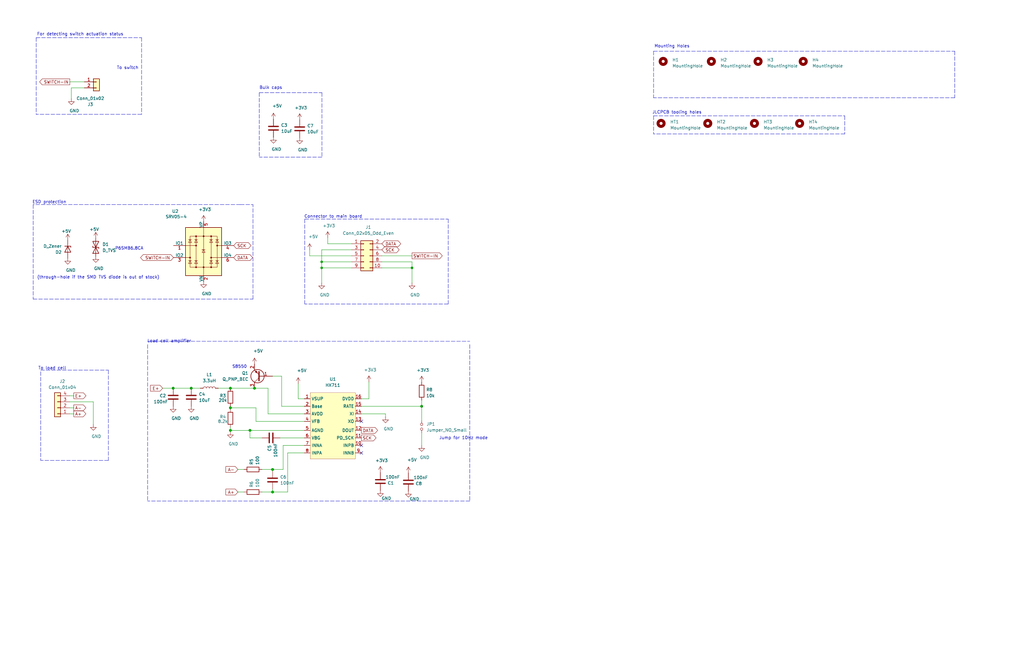
<source format=kicad_sch>
(kicad_sch (version 20211123) (generator eeschema)
  (paper "B")
  (lib_symbols
    (symbol "Connector_Generic:Conn_01x02" (pin_names (offset 1.016) hide)
      (property "Reference" "J" (at 0 2.54 0))
      (property "Value" "Conn_01x02" (at 0 -5.08 0))
      (symbol "Conn_01x02_1_1"
        (rectangle (start -1.27 -2.413) (end 0 -2.667) (stroke (width 0.1524)))
        (rectangle (start -1.27 0.127) (end 0 -0.127) (stroke (width 0.1524)))
        (rectangle (start -1.27 1.27) (end 1.27 -3.81) (stroke (width 0.254)) (fill (type background)))
        (pin passive line (at -5.08 0 0) (length 3.81) (name "Pin_1") (number "1"))
        (pin passive line (at -5.08 -2.54 0) (length 3.81) (name "Pin_2") (number "2"))
      )
    )
    (symbol "Connector_Generic:Conn_01x04" (pin_names (offset 1.016) hide)
      (property "Reference" "J" (at 0 5.08 0))
      (property "Value" "Conn_01x04" (at 0 -7.62 0))
      (symbol "Conn_01x04_1_1"
        (rectangle (start -1.27 -4.953) (end 0 -5.207) (stroke (width 0.1524)))
        (rectangle (start -1.27 -2.413) (end 0 -2.667) (stroke (width 0.1524)))
        (rectangle (start -1.27 0.127) (end 0 -0.127) (stroke (width 0.1524)))
        (rectangle (start -1.27 2.667) (end 0 2.413) (stroke (width 0.1524)))
        (rectangle (start -1.27 3.81) (end 1.27 -6.35) (stroke (width 0.254)) (fill (type background)))
        (pin passive line (at -5.08 2.54 0) (length 3.81) (name "Pin_1") (number "1"))
        (pin passive line (at -5.08 0 0) (length 3.81) (name "Pin_2") (number "2"))
        (pin passive line (at -5.08 -2.54 0) (length 3.81) (name "Pin_3") (number "3"))
        (pin passive line (at -5.08 -5.08 0) (length 3.81) (name "Pin_4") (number "4"))
      )
    )
    (symbol "Connector_Generic:Conn_02x05_Odd_Even" (pin_names (offset 1.016) hide)
      (property "Reference" "J" (at 1.27 7.62 0))
      (property "Value" "Conn_02x05_Odd_Even" (at 1.27 -7.62 0))
      (symbol "Conn_02x05_Odd_Even_1_1"
        (rectangle (start -1.27 -4.953) (end 0 -5.207) (stroke (width 0.1524)))
        (rectangle (start -1.27 -2.413) (end 0 -2.667) (stroke (width 0.1524)))
        (rectangle (start -1.27 0.127) (end 0 -0.127) (stroke (width 0.1524)))
        (rectangle (start -1.27 2.667) (end 0 2.413) (stroke (width 0.1524)))
        (rectangle (start -1.27 5.207) (end 0 4.953) (stroke (width 0.1524)))
        (rectangle (start -1.27 6.35) (end 3.81 -6.35) (stroke (width 0.254)) (fill (type background)))
        (rectangle (start 3.81 -4.953) (end 2.54 -5.207) (stroke (width 0.1524)))
        (rectangle (start 3.81 -2.413) (end 2.54 -2.667) (stroke (width 0.1524)))
        (rectangle (start 3.81 0.127) (end 2.54 -0.127) (stroke (width 0.1524)))
        (rectangle (start 3.81 2.667) (end 2.54 2.413) (stroke (width 0.1524)))
        (rectangle (start 3.81 5.207) (end 2.54 4.953) (stroke (width 0.1524)))
        (pin passive line (at -5.08 5.08 0) (length 3.81) (name "Pin_1") (number "1"))
        (pin passive line (at 7.62 -5.08 180) (length 3.81) (name "Pin_10") (number "10"))
        (pin passive line (at 7.62 5.08 180) (length 3.81) (name "Pin_2") (number "2"))
        (pin passive line (at -5.08 2.54 0) (length 3.81) (name "Pin_3") (number "3"))
        (pin passive line (at 7.62 2.54 180) (length 3.81) (name "Pin_4") (number "4"))
        (pin passive line (at -5.08 0 0) (length 3.81) (name "Pin_5") (number "5"))
        (pin passive line (at 7.62 0 180) (length 3.81) (name "Pin_6") (number "6"))
        (pin passive line (at -5.08 -2.54 0) (length 3.81) (name "Pin_7") (number "7"))
        (pin passive line (at 7.62 -2.54 180) (length 3.81) (name "Pin_8") (number "8"))
        (pin passive line (at -5.08 -5.08 0) (length 3.81) (name "Pin_9") (number "9"))
      )
    )
    (symbol "Device:C" (pin_numbers hide) (pin_names (offset 0.254))
      (property "Reference" "C" (at 0.635 2.54 0))
      (property "Value" "C" (at 0.635 -2.54 0))
      (symbol "C_0_1"
        (polyline (pts (xy -2.032 -0.762) (xy 2.032 -0.762)) (stroke (width 0.508)))
        (polyline (pts (xy -2.032 0.762) (xy 2.032 0.762)) (stroke (width 0.508)))
      )
      (symbol "C_1_1"
        (pin passive line (at 0 3.81 270) (length 2.794) (name "~") (number "1"))
        (pin passive line (at 0 -3.81 90) (length 2.794) (name "~") (number "2"))
      )
    )
    (symbol "Device:D_TVS" (pin_numbers hide) (pin_names (offset 1.016) hide)
      (property "Reference" "D" (at 0 2.54 0))
      (property "Value" "D_TVS" (at 0 -2.54 0))
      (symbol "D_TVS_0_1"
        (polyline (pts (xy 1.27 0) (xy -1.27 0)))
        (polyline (pts (xy 0.508 1.27) (xy 0 1.27) (xy 0 -1.27) (xy -0.508 -1.27)) (stroke (width 0.254)))
        (polyline (pts (xy -2.54 1.27) (xy -2.54 -1.27) (xy 2.54 1.27) (xy 2.54 -1.27) (xy -2.54 1.27)) (stroke (width 0.254)))
      )
      (symbol "D_TVS_1_1"
        (pin passive line (at -3.81 0 0) (length 2.54) (name "A1") (number "1"))
        (pin passive line (at 3.81 0 180) (length 2.54) (name "A2") (number "2"))
      )
    )
    (symbol "Device:D_Zener" (pin_numbers hide) (pin_names (offset 1.016) hide)
      (property "Reference" "D" (at 0 2.54 0))
      (property "Value" "D_Zener" (at 0 -2.54 0))
      (symbol "D_Zener_0_1"
        (polyline (pts (xy 1.27 0) (xy -1.27 0)))
        (polyline (pts (xy -1.27 -1.27) (xy -1.27 1.27) (xy -0.762 1.27)) (stroke (width 0.254)))
        (polyline (pts (xy 1.27 -1.27) (xy 1.27 1.27) (xy -1.27 0) (xy 1.27 -1.27)) (stroke (width 0.254)))
      )
      (symbol "D_Zener_1_1"
        (pin passive line (at -3.81 0 0) (length 2.54) (name "K") (number "1"))
        (pin passive line (at 3.81 0 180) (length 2.54) (name "A") (number "2"))
      )
    )
    (symbol "Device:Jumper_NO_Small" (pin_numbers hide) (pin_names (offset 0.762) hide)
      (property "Reference" "JP" (at 0 2.032 0))
      (property "Value" "Jumper_NO_Small" (at 0.254 -1.524 0))
      (symbol "Jumper_NO_Small_0_1"
        (circle (center -1.016 0) (radius 0.508))
        (circle (center 1.016 0) (radius 0.508))
        (pin passive line (at -2.54 0 0) (length 1.016) (name "1") (number "1"))
        (pin passive line (at 2.54 0 180) (length 1.016) (name "2") (number "2"))
      )
    )
    (symbol "Device:L" (pin_numbers hide) (pin_names (offset 1.016) hide)
      (property "Reference" "L" (at -1.27 0 90))
      (property "Value" "L" (at 1.905 0 90))
      (symbol "L_0_1"
        (arc (start 0 -2.54) (mid 0.635 -1.905) (end 0 -1.27))
        (arc (start 0 -1.27) (mid 0.635 -0.635) (end 0 0))
        (arc (start 0 0) (mid 0.635 0.635) (end 0 1.27))
        (arc (start 0 1.27) (mid 0.635 1.905) (end 0 2.54))
      )
      (symbol "L_1_1"
        (pin passive line (at 0 3.81 270) (length 1.27) (name "1") (number "1"))
        (pin passive line (at 0 -3.81 90) (length 1.27) (name "2") (number "2"))
      )
    )
    (symbol "Device:Q_PNP_BEC" (pin_names (offset 0) hide)
      (property "Reference" "Q" (at 5.08 1.27 0))
      (property "Value" "Q_PNP_BEC" (at 5.08 -1.27 0))
      (symbol "Q_PNP_BEC_0_1"
        (polyline (pts (xy 0.635 0.635) (xy 2.54 2.54)))
        (polyline (pts (xy 0.635 -0.635) (xy 2.54 -2.54) (xy 2.54 -2.54)))
        (polyline (pts (xy 0.635 1.905) (xy 0.635 -1.905) (xy 0.635 -1.905)) (stroke (width 0.508)))
        (polyline (pts (xy 2.286 -1.778) (xy 1.778 -2.286) (xy 1.27 -1.27) (xy 2.286 -1.778) (xy 2.286 -1.778)) (fill (type outline)))
        (circle (center 1.27 0) (radius 2.8194) (stroke (width 0.254)))
      )
      (symbol "Q_PNP_BEC_1_1"
        (pin input line (at -5.08 0 0) (length 5.715) (name "B") (number "1"))
        (pin passive line (at 2.54 -5.08 90) (length 2.54) (name "E") (number "2"))
        (pin passive line (at 2.54 5.08 270) (length 2.54) (name "C") (number "3"))
      )
    )
    (symbol "Device:R" (pin_numbers hide) (pin_names (offset 0))
      (property "Reference" "R" (at 2.032 0 90))
      (property "Value" "R" (at 0 0 90))
      (symbol "R_0_1"
        (rectangle (start -1.016 -2.54) (end 1.016 2.54) (stroke (width 0.254)))
      )
      (symbol "R_1_1"
        (pin passive line (at 0 3.81 270) (length 1.27) (name "~") (number "1"))
        (pin passive line (at 0 -3.81 90) (length 1.27) (name "~") (number "2"))
      )
    )
    (symbol "Mechanical:MountingHole" (pin_names (offset 1.016))
      (property "Reference" "H" (at 0 5.08 0))
      (property "Value" "MountingHole" (at 0 3.175 0))
      (symbol "MountingHole_0_1"
        (circle (center 0 0) (radius 1.27) (stroke (width 1.27)))
      )
    )
    (symbol "Open-Switch-Tester-parts:HX711"
      (property "Reference" "U" (at 0 18.415 0))
      (property "Value" "HX711" (at 0 -16.51 0))
      (symbol "HX711_0_1"
        (rectangle (start -9.525 13.97) (end 9.525 -13.97) (stroke (width 0.001)) (fill (type background)))
      )
      (symbol "HX711_1_1"
        (pin input line (at -12.065 11.43 0) (length 2.54) (name "VSUP") (number "1"))
        (pin input line (at 12.065 -8.255 180) (length 2.54) (name "INPB") (number "10"))
        (pin output line (at 12.065 -5.08 180) (length 2.54) (name "PD_SCK") (number "11"))
        (pin output line (at 12.065 -1.905 180) (length 2.54) (name "DOUT") (number "12"))
        (pin output line (at 12.065 1.905 180) (length 2.54) (name "XO") (number "13"))
        (pin output line (at 12.065 5.08 180) (length 2.54) (name "XI") (number "14"))
        (pin input line (at 12.065 8.255 180) (length 2.54) (name "RATE") (number "15"))
        (pin input line (at 12.065 11.43 180) (length 2.54) (name "DVDD") (number "16"))
        (pin output line (at -12.065 8.255 0) (length 2.54) (name "Base") (number "2"))
        (pin input line (at -12.065 5.08 0) (length 2.54) (name "AVDD") (number "3"))
        (pin input line (at -12.065 1.905 0) (length 2.54) (name "VFB") (number "4"))
        (pin input line (at -12.065 -1.905 0) (length 2.54) (name "AGND") (number "5"))
        (pin input line (at -12.065 -5.08 0) (length 2.54) (name "VBG") (number "6"))
        (pin input line (at -12.065 -8.255 0) (length 2.54) (name "INNA") (number "7"))
        (pin input line (at -12.065 -11.43 0) (length 2.54) (name "INPA") (number "8"))
        (pin input line (at 12.065 -11.43 180) (length 2.54) (name "INNB") (number "9"))
      )
    )
    (symbol "Power_Protection:SRV05-4" (pin_names (offset 0))
      (property "Reference" "U" (at -5.08 11.43 0))
      (property "Value" "SRV05-4" (at 2.54 11.43 0))
      (symbol "SRV05-4_0_0"
        (rectangle (start -5.715 6.477) (end 5.715 -6.604))
        (polyline (pts (xy -3.175 -6.604) (xy -3.175 6.477)))
        (polyline (pts (xy 3.175 6.477) (xy 3.175 -6.604)))
      )
      (symbol "SRV05-4_0_1"
        (rectangle (start -7.62 10.16) (end 7.62 -10.16) (stroke (width 0.254)) (fill (type background)))
        (circle (center -5.715 -2.54) (radius 0.2794) (fill (type outline)))
        (circle (center -3.175 -6.604) (radius 0.2794) (fill (type outline)))
        (circle (center -3.175 2.54) (radius 0.2794) (fill (type outline)))
        (circle (center -3.175 6.477) (radius 0.2794) (fill (type outline)))
        (circle (center 0 -6.604) (radius 0.2794) (fill (type outline)))
        (polyline (pts (xy -7.747 2.54) (xy -3.175 2.54)))
        (polyline (pts (xy -7.62 -2.54) (xy -5.715 -2.54)))
        (polyline (pts (xy -5.08 -3.81) (xy -6.35 -3.81)))
        (polyline (pts (xy -5.08 5.08) (xy -6.35 5.08)))
        (polyline (pts (xy -2.54 -3.81) (xy -3.81 -3.81)))
        (polyline (pts (xy -2.54 5.08) (xy -3.81 5.08)))
        (polyline (pts (xy 0 10.16) (xy 0 -10.16)))
        (polyline (pts (xy 3.81 -3.81) (xy 2.54 -3.81)))
        (polyline (pts (xy 3.81 5.08) (xy 2.54 5.08)))
        (polyline (pts (xy 6.35 -3.81) (xy 5.08 -3.81)))
        (polyline (pts (xy 6.35 5.08) (xy 5.08 5.08)))
        (polyline (pts (xy 7.62 -2.54) (xy 3.175 -2.54)))
        (polyline (pts (xy 7.62 2.54) (xy 5.715 2.54)))
        (polyline (pts (xy 0.635 0.889) (xy -0.635 0.889) (xy -0.635 0.635)))
        (polyline (pts (xy -5.08 -5.08) (xy -6.35 -5.08) (xy -5.715 -3.81) (xy -5.08 -5.08)))
        (polyline (pts (xy -5.08 3.81) (xy -6.35 3.81) (xy -5.715 5.08) (xy -5.08 3.81)))
        (polyline (pts (xy -2.54 -5.08) (xy -3.81 -5.08) (xy -3.175 -3.81) (xy -2.54 -5.08)))
        (polyline (pts (xy -2.54 3.81) (xy -3.81 3.81) (xy -3.175 5.08) (xy -2.54 3.81)))
        (polyline (pts (xy 0.635 -0.381) (xy -0.635 -0.381) (xy 0 0.889) (xy 0.635 -0.381)))
        (polyline (pts (xy 3.81 -5.08) (xy 2.54 -5.08) (xy 3.175 -3.81) (xy 3.81 -5.08)))
        (polyline (pts (xy 3.81 3.81) (xy 2.54 3.81) (xy 3.175 5.08) (xy 3.81 3.81)))
        (polyline (pts (xy 6.35 -5.08) (xy 5.08 -5.08) (xy 5.715 -3.81) (xy 6.35 -5.08)))
        (polyline (pts (xy 6.35 3.81) (xy 5.08 3.81) (xy 5.715 5.08) (xy 6.35 3.81)))
        (circle (center 0 6.477) (radius 0.2794) (fill (type outline)))
        (circle (center 3.175 -6.604) (radius 0.2794) (fill (type outline)))
        (circle (center 3.175 -2.54) (radius 0.2794) (fill (type outline)))
        (circle (center 3.175 6.477) (radius 0.2794) (fill (type outline)))
        (circle (center 5.715 2.54) (radius 0.2794) (fill (type outline)))
      )
      (symbol "SRV05-4_1_1"
        (pin passive line (at -12.7 2.54 0) (length 5.08) (name "IO1") (number "1"))
        (pin passive line (at 0 -12.7 90) (length 2.54) (name "VN") (number "2"))
        (pin passive line (at -12.7 -2.54 0) (length 5.08) (name "IO2") (number "3"))
        (pin passive line (at 12.7 2.54 180) (length 5.08) (name "IO3") (number "4"))
        (pin passive line (at 0 12.7 270) (length 2.54) (name "VP") (number "5"))
        (pin passive line (at 12.7 -2.54 180) (length 5.08) (name "IO4") (number "6"))
      )
    )
    (symbol "power:+3.3V" (power) (pin_names (offset 0))
      (property "Value" "+3.3V" (at 0 3.556 0))
      (symbol "+3.3V_0_1"
        (polyline (pts (xy -0.762 1.27) (xy 0 2.54)))
        (polyline (pts (xy 0 0) (xy 0 2.54)))
        (polyline (pts (xy 0 2.54) (xy 0.762 1.27)))
      )
      (symbol "+3.3V_1_1"
        (pin power_in line (at 0 0 90) (length 0) hide (name "+3V3") (number "1"))
      )
    )
    (symbol "power:+5V" (power) (pin_names (offset 0))
      (property "Value" "+5V" (at 0 3.556 0))
      (symbol "+5V_0_1"
        (polyline (pts (xy -0.762 1.27) (xy 0 2.54)))
        (polyline (pts (xy 0 0) (xy 0 2.54)))
        (polyline (pts (xy 0 2.54) (xy 0.762 1.27)))
      )
      (symbol "+5V_1_1"
        (pin power_in line (at 0 0 90) (length 0) hide (name "+5V") (number "1"))
      )
    )
    (symbol "power:GND" (power) (pin_names (offset 0))
      (property "Value" "GND" (at 0 -3.81 0))
      (symbol "GND_0_1"
        (polyline (pts (xy 0 0) (xy 0 -1.27) (xy 1.27 -1.27) (xy 0 -2.54) (xy -1.27 -1.27) (xy 0 -1.27)))
      )
      (symbol "GND_1_1"
        (pin power_in line (at 0 0 270) (length 0) hide (name "GND") (number "1"))
      )
    )
  )
  (junction (at 107.315 163.83) (diameter 1.016))
  (junction (at 114.935 207.645) (diameter 1.016))
  (junction (at 135.636 113.03) (diameter 0.9144))
  (junction (at 114.935 198.12) (diameter 1.016))
  (junction (at 177.8 171.45) (diameter 1.016))
  (junction (at 97.155 181.61) (diameter 1.016))
  (junction (at 105.41 181.61) (diameter 1.016))
  (junction (at 97.155 163.83) (diameter 1.016))
  (junction (at 135.636 110.49) (diameter 0.9144))
  (junction (at 80.645 163.83) (diameter 1.016))
  (junction (at 97.155 172.085) (diameter 1.016))
  (junction (at 73.025 163.83) (diameter 1.016))
  (junction (at 173.736 113.03) (diameter 0.9144))
  (no_connect (at 152.4 177.8))
  (no_connect (at 152.4 187.96))
  (no_connect (at 152.4 191.135))
  (wire (pts (xy 125.73 161.925) (xy 125.73 168.275)))
  (wire (pts (xy 125.73 168.275) (xy 128.27 168.275)))
  (wire (pts (xy 92.075 163.83) (xy 97.155 163.83)))
  (wire (pts (xy 97.155 163.83) (xy 107.315 163.83)))
  (wire (pts (xy 114.935 206.375) (xy 114.935 207.645)))
  (wire (pts (xy 29.337 169.545) (xy 39.37 169.545)))
  (wire (pts (xy 39.37 169.545) (xy 39.37 179.07)))
  (polyline (pts (xy 275.59 21.59) (xy 275.59 41.275)) (stroke (width 0) (type dash)))
  (polyline (pts (xy 275.59 21.59) (xy 402.59 21.59)) (stroke (width 0) (type dash)))
  (polyline (pts (xy 402.59 21.59) (xy 402.59 41.275)) (stroke (width 0) (type dash)))
  (polyline (pts (xy 402.59 41.275) (xy 275.59 41.275)) (stroke (width 0) (type dash)))
  (polyline (pts (xy 275.59 48.895) (xy 275.59 56.515)) (stroke (width 0) (type dash)))
  (polyline (pts (xy 275.59 48.895) (xy 356.235 48.895)) (stroke (width 0) (type dash)))
  (polyline (pts (xy 356.235 48.895) (xy 356.235 56.515)) (stroke (width 0) (type dash)))
  (polyline (pts (xy 356.235 56.515) (xy 275.59 56.515)) (stroke (width 0) (type dash)))
  (wire (pts (xy 161.036 113.03) (xy 173.736 113.03)))
  (wire (pts (xy 148.336 105.41) (xy 135.636 105.41)))
  (polyline (pts (xy 15.24 15.875) (xy 15.24 48.26)) (stroke (width 0) (type dash)))
  (polyline (pts (xy 15.24 15.875) (xy 59.69 15.875)) (stroke (width 0) (type dash)))
  (polyline (pts (xy 59.69 15.875) (xy 59.69 48.26)) (stroke (width 0) (type dash)))
  (polyline (pts (xy 59.69 48.26) (xy 15.24 48.26)) (stroke (width 0) (type dash)))
  (polyline (pts (xy 135.763 66.294) (xy 109.347 66.294)))
  (wire (pts (xy 161.036 110.49) (xy 173.736 110.49)))
  (wire (pts (xy 173.736 110.49) (xy 173.736 113.03)))
  (wire (pts (xy 173.736 113.03) (xy 173.736 119.38)))
  (wire (pts (xy 100.33 198.12) (xy 102.87 198.12)))
  (polyline (pts (xy 188.976 92.456) (xy 188.976 128.27)))
  (polyline (pts (xy 13.97 126.238) (xy 106.68 126.238)))
  (polyline (pts (xy 13.97 86.36) (xy 13.97 126.238)))
  (wire (pts (xy 68.58 163.83) (xy 73.025 163.83)))
  (wire (pts (xy 73.025 163.83) (xy 80.645 163.83)))
  (wire (pts (xy 80.645 163.83) (xy 84.455 163.83)))
  (wire (pts (xy 118.745 158.75) (xy 114.935 158.75)))
  (wire (pts (xy 118.745 171.45) (xy 118.745 158.75)))
  (wire (pts (xy 128.27 171.45) (xy 118.745 171.45)))
  (polyline (pts (xy 188.976 128.27) (xy 128.524 128.27)))
  (wire (pts (xy 177.8 171.45) (xy 177.8 177.546)))
  (wire (pts (xy 135.636 105.41) (xy 135.636 110.49)))
  (wire (pts (xy 135.636 110.49) (xy 135.636 113.03)))
  (wire (pts (xy 29.337 172.085) (xy 31.115 172.085)))
  (polyline (pts (xy 128.524 92.456) (xy 128.524 128.27)))
  (wire (pts (xy 177.8 182.626) (xy 177.8 187.96)))
  (wire (pts (xy 130.556 107.95) (xy 130.556 105.41)))
  (wire (pts (xy 148.336 107.95) (xy 130.556 107.95)))
  (wire (pts (xy 152.4 171.45) (xy 177.8 171.45)))
  (wire (pts (xy 177.8 171.45) (xy 177.8 168.91)))
  (wire (pts (xy 105.41 184.785) (xy 105.41 181.61)))
  (wire (pts (xy 110.49 184.785) (xy 105.41 184.785)))
  (wire (pts (xy 113.03 163.83) (xy 107.315 163.83)))
  (wire (pts (xy 113.03 174.625) (xy 113.03 163.83)))
  (wire (pts (xy 128.27 174.625) (xy 113.03 174.625)))
  (wire (pts (xy 97.155 171.45) (xy 97.155 172.085)))
  (wire (pts (xy 97.155 172.085) (xy 97.155 172.72)))
  (wire (pts (xy 152.4 174.625) (xy 162.56 174.625)))
  (wire (pts (xy 162.56 174.625) (xy 162.56 175.895)))
  (polyline (pts (xy 135.763 39.116) (xy 135.763 66.294)))
  (wire (pts (xy 152.4 168.275) (xy 155.575 168.275)))
  (wire (pts (xy 161.036 107.95) (xy 173.736 107.95)))
  (wire (pts (xy 29.464 34.544) (xy 35.56 34.544)))
  (wire (pts (xy 135.636 110.49) (xy 148.336 110.49)))
  (polyline (pts (xy 106.68 126.238) (xy 106.68 86.36)))
  (wire (pts (xy 118.11 184.785) (xy 128.27 184.785)))
  (polyline (pts (xy 101.346 86.36) (xy 106.68 86.36)))
  (polyline (pts (xy 109.347 39.116) (xy 109.347 66.294)))
  (wire (pts (xy 114.935 198.12) (xy 110.49 198.12)))
  (wire (pts (xy 119.38 187.96) (xy 119.38 198.12)))
  (wire (pts (xy 119.38 198.12) (xy 114.935 198.12)))
  (wire (pts (xy 128.27 187.96) (xy 119.38 187.96)))
  (polyline (pts (xy 109.347 39.116) (xy 135.763 39.116)))
  (wire (pts (xy 30.099 37.084) (xy 30.099 41.656)))
  (wire (pts (xy 35.56 37.084) (xy 30.099 37.084)))
  (wire (pts (xy 100.33 207.645) (xy 102.87 207.645)))
  (wire (pts (xy 29.337 167.005) (xy 31.115 167.005)))
  (wire (pts (xy 97.155 172.085) (xy 107.95 172.085)))
  (wire (pts (xy 107.95 172.085) (xy 107.95 177.8)))
  (wire (pts (xy 107.95 177.8) (xy 128.27 177.8)))
  (wire (pts (xy 97.155 181.61) (xy 105.41 181.61)))
  (wire (pts (xy 105.41 181.61) (xy 128.27 181.61)))
  (wire (pts (xy 97.155 180.34) (xy 97.155 181.61)))
  (wire (pts (xy 97.155 181.61) (xy 97.155 182.245)))
  (wire (pts (xy 155.575 161.163) (xy 155.575 168.275)))
  (polyline (pts (xy 17.145 156.21) (xy 45.72 156.21)) (stroke (width 0) (type dash)))
  (polyline (pts (xy 17.145 156.845) (xy 17.145 194.31)) (stroke (width 0) (type dash)))
  (polyline (pts (xy 45.72 156.21) (xy 45.72 194.31)) (stroke (width 0) (type dash)))
  (polyline (pts (xy 45.72 194.31) (xy 17.145 194.31)) (stroke (width 0) (type dash)))
  (wire (pts (xy 135.636 113.03) (xy 135.636 119.38)))
  (wire (pts (xy 135.636 113.03) (xy 148.336 113.03)))
  (wire (pts (xy 114.935 198.12) (xy 114.935 198.755)))
  (wire (pts (xy 138.176 102.87) (xy 138.176 100.33)))
  (wire (pts (xy 148.336 102.87) (xy 138.176 102.87)))
  (wire (pts (xy 110.49 207.645) (xy 114.935 207.645)))
  (wire (pts (xy 114.935 207.645) (xy 121.285 207.645)))
  (wire (pts (xy 121.285 191.135) (xy 128.27 191.135)))
  (wire (pts (xy 121.285 207.645) (xy 121.285 191.135)))
  (polyline (pts (xy 101.346 86.36) (xy 13.97 86.36)))
  (wire (pts (xy 29.337 174.625) (xy 31.115 174.625)))
  (polyline (pts (xy 62.23 145.415) (xy 62.23 211.455)) (stroke (width 0) (type dash)))
  (polyline (pts (xy 62.23 144.018) (xy 198.12 144.018)) (stroke (width 0) (type dash)))
  (polyline (pts (xy 198.12 145.415) (xy 198.12 211.455)) (stroke (width 0) (type dash)))
  (polyline (pts (xy 198.12 211.455) (xy 62.23 211.455)) (stroke (width 0) (type dash)))
  (polyline (pts (xy 128.524 92.456) (xy 188.976 92.456)))
  (text "To switch" (at 58.42 29.464 180) (effects (font (size 1.27 1.27)) (justify right bottom)))
  (text "JLCPCB tooling holes\n" (at 295.91 48.26 180) (effects (font (size 1.27 1.27)) (justify right bottom)))
  (text "P6SMB6.8CA" (at 48.514 105.664 0) (effects (font (size 1.27 1.27)) (justify left bottom)))
  (text "(through-hole if the SMD TVS diode is out of stock)" (at 15.621 117.856 0) (effects (font (size 1.27 1.27)) (justify left bottom)))
  (text "To load cell" (at 27.94 156.21 180) (effects (font (size 1.27 1.27)) (justify right bottom)))
  (text "Mounting Holes" (at 290.83 20.32 180) (effects (font (size 1.27 1.27)) (justify right bottom)))
  (text "Connector to main board" (at 128.27 92.202 0) (effects (font (size 1.27 1.27)) (justify left bottom)))
  (text "Jump for 10Hz mode" (at 205.74 185.674 180) (effects (font (size 1.27 1.27)) (justify right bottom)))
  (text "Bulk caps" (at 109.347 37.846 0) (effects (font (size 1.27 1.27)) (justify left bottom)))
  (text "ESD protection" (at 13.589 86.106 0) (effects (font (size 1.27 1.27)) (justify left bottom)))
  (text "Load cell amplifier" (at 80.645 144.78 180) (effects (font (size 1.27 1.27)) (justify right bottom)))
  (text "For detecting switch actuation status" (at 52.07 15.24 180) (effects (font (size 1.27 1.27)) (justify right bottom)))
  (text "S8550" (at 104.14 155.575 180) (effects (font (size 1.27 1.27)) (justify right bottom)))
  (global_label "SCK" (shape output) (at 152.4 184.785 0) (property "Intersheet References" "${INTERSHEET_REFS}" (effects hide)))
  (global_label "E+" (shape output) (at 31.115 167.005 0) (property "Intersheet References" "${INTERSHEET_REFS}" (effects hide)))
  (global_label "SWITCH-IN" (shape output) (at 173.736 107.95 0) (property "Intersheet References" "${INTERSHEET_REFS}" (effects hide)))
  (global_label "A+" (shape input) (at 100.33 207.645 180) (property "Intersheet References" "${INTERSHEET_REFS}" (effects hide)))
  (global_label "A-" (shape input) (at 100.33 198.12 180) (property "Intersheet References" "${INTERSHEET_REFS}" (effects hide)))
  (global_label "DATA" (shape bidirectional) (at 161.036 102.87 0) (property "Intersheet References" "${INTERSHEET_REFS}" (effects hide)))
  (global_label "A-" (shape output) (at 31.115 172.085 0) (property "Intersheet References" "${INTERSHEET_REFS}" (effects hide)))
  (global_label "SCK" (shape bidirectional) (at 161.036 105.41 0) (property "Intersheet References" "${INTERSHEET_REFS}" (effects hide)))
  (global_label "SCK" (shape bidirectional) (at 98.552 103.632 0) (property "Intersheet References" "${INTERSHEET_REFS}" (effects hide)))
  (global_label "SWITCH-IN" (shape output) (at 29.464 34.544 180) (property "Intersheet References" "${INTERSHEET_REFS}" (effects hide)))
  (global_label "A+" (shape output) (at 31.115 174.625 0) (property "Intersheet References" "${INTERSHEET_REFS}" (effects hide)))
  (global_label "E+" (shape input) (at 68.58 163.83 180) (property "Intersheet References" "${INTERSHEET_REFS}" (effects hide)))
  (global_label "DATA" (shape output) (at 152.4 181.61 0) (property "Intersheet References" "${INTERSHEET_REFS}" (effects hide)))
  (global_label "DATA" (shape bidirectional) (at 98.552 108.712 0) (property "Intersheet References" "${INTERSHEET_REFS}" (effects hide)))
  (global_label "SWITCH-IN" (shape bidirectional) (at 73.152 108.712 180) (property "Intersheet References" "${INTERSHEET_REFS}" (effects hide)))
  (symbol (lib_id "power:+5V") (at 130.556 105.41 0) (unit 1)
    (property "Reference" "#PWR0110" (effects hide))
    (property "Value" "+5V" (at 132.08 99.822 0))
  )
  (symbol (lib_id "Mechanical:MountingHole") (at 337.185 52.07 0) (unit 1)
    (property "Reference" "HT4" (at 340.995 51.435 0) (effects (justify left)))
    (property "Value" "MountingHole" (at 340.995 53.975 0) (effects (justify left)))
    (property "Footprint" "AcheronMountingHoles:ToolingHole_1.152mm_(for_JLCPCB_SMT)" (effects hide))
  )
  (symbol (lib_id "power:GND") (at 85.852 118.872 0) (unit 1)
    (property "Reference" "#PWR0118" (effects hide))
    (property "Value" "GND" (at 87.122 123.952 0))
  )
  (symbol (lib_id "power:+5V") (at 172.212 199.644 0) (unit 1)
    (property "Reference" "#PWR07" (effects hide))
    (property "Value" "+5V" (at 173.736 194.056 0))
  )
  (symbol (lib_id "Mechanical:MountingHole") (at 338.709 25.908 0) (unit 1)
    (property "Reference" "H4" (at 342.519 25.273 0) (effects (justify left)))
    (property "Value" "MountingHole" (at 342.519 27.813 0) (effects (justify left)))
    (property "Footprint" "MountingHole:MountingHole_3.2mm_M3_ISO7380" (effects hide))
  )
  (symbol (lib_id "power:GND") (at 97.155 182.245 0) (unit 1)
    (property "Reference" "#PWR0115" (effects hide))
    (property "Value" "GND" (at 98.425 187.325 0))
  )
  (symbol (lib_id "Mechanical:MountingHole") (at 298.45 52.07 0) (unit 1)
    (property "Reference" "HT2" (at 302.26 51.435 0) (effects (justify left)))
    (property "Value" "MountingHole" (at 302.26 53.975 0) (effects (justify left)))
    (property "Footprint" "AcheronMountingHoles:ToolingHole_1.152mm_(for_JLCPCB_SMT)" (effects hide))
  )
  (symbol (lib_id "Device:C") (at 73.025 167.64 0) (unit 1)
    (property "Reference" "C2" (at 67.31 167.005 0) (effects (justify left)))
    (property "Value" "100nF" (at 64.77 169.545 0) (effects (justify left)))
    (property "Footprint" "Capacitor_SMD:C_0805_2012Metric_Pad1.18x1.45mm_HandSolder" (effects hide))
  )
  (symbol (lib_id "Connector_Generic:Conn_02x05_Odd_Even") (at 153.416 107.95 0) (unit 1)
    (property "Reference" "J1" (at 155.321 95.885 0))
    (property "Value" "Conn_02x05_Odd_Even" (at 155.321 98.425 0))
    (property "Footprint" "Open-Switch-Tester-parts:2x05-P2.54mm-Shrouded-Keyed-Header" (effects hide))
  )
  (symbol (lib_id "power:GND") (at 160.401 207.01 0) (unit 1)
    (property "Reference" "#PWR02" (effects hide))
    (property "Value" "GND" (at 162.941 210.312 0))
  )
  (symbol (lib_id "power:GND") (at 80.645 171.45 0) (unit 1)
    (property "Reference" "#PWR0109" (effects hide))
    (property "Value" "GND" (at 81.915 176.53 0))
  )
  (symbol (lib_id "Mechanical:MountingHole") (at 278.765 52.07 0) (unit 1)
    (property "Reference" "HT1" (at 282.575 51.435 0) (effects (justify left)))
    (property "Value" "MountingHole" (at 282.575 53.975 0) (effects (justify left)))
    (property "Footprint" "AcheronMountingHoles:ToolingHole_1.152mm_(for_JLCPCB_SMT)" (effects hide))
  )
  (symbol (lib_id "Mechanical:MountingHole") (at 319.659 25.908 0) (unit 1)
    (property "Reference" "H3" (at 323.469 25.273 0) (effects (justify left)))
    (property "Value" "MountingHole" (at 323.469 27.813 0) (effects (justify left)))
    (property "Footprint" "MountingHole:MountingHole_3.2mm_M3_ISO7380" (effects hide))
  )
  (symbol (lib_id "power:+5V") (at 28.575 101.346 0) (unit 1)
    (property "Reference" "#PWR09" (effects hide))
    (property "Value" "+5V" (at 27.94 97.536 0))
  )
  (symbol (lib_id "Device:D_Zener") (at 28.575 105.156 270) (unit 1)
    (property "Reference" "D2" (at 26.035 106.4261 90) (effects (justify right)))
    (property "Value" "D_Zener" (at 26.035 103.8861 90) (effects (justify right)))
    (property "Footprint" "Diode_THT:D_DO-41_SOD81_P7.62mm_Horizontal" (effects hide))
  )
  (symbol (lib_id "power:+5V") (at 115.316 50.292 0) (unit 1)
    (property "Reference" "#PWR03" (effects hide))
    (property "Value" "+5V" (at 116.84 44.704 0))
  )
  (symbol (lib_id "power:GND") (at 135.636 119.38 0) (unit 1)
    (property "Reference" "#PWR0114" (effects hide))
    (property "Value" "GND" (at 136.906 124.46 0))
  )
  (symbol (lib_id "power:GND") (at 172.212 207.264 0) (unit 1)
    (property "Reference" "#PWR08" (effects hide))
    (property "Value" "GND" (at 174.752 210.566 0))
  )
  (symbol (lib_id "Device:R") (at 106.68 198.12 90) (unit 1)
    (property "Reference" "R5" (at 106.045 196.215 0) (effects (justify left)))
    (property "Value" "100" (at 108.585 196.215 0) (effects (justify left)))
    (property "Footprint" "Resistor_SMD:R_0805_2012Metric_Pad1.20x1.40mm_HandSolder" (effects hide))
  )
  (symbol (lib_id "Mechanical:MountingHole") (at 279.654 25.908 0) (unit 1)
    (property "Reference" "H1" (at 283.464 25.273 0) (effects (justify left)))
    (property "Value" "MountingHole" (at 283.464 27.813 0) (effects (justify left)))
    (property "Footprint" "MountingHole:MountingHole_3.2mm_M3_ISO7380" (effects hide))
  )
  (symbol (lib_id "Connector_Generic:Conn_01x02") (at 40.64 34.544 0) (unit 1)
    (property "Reference" "J3" (at 38.1 44.069 0))
    (property "Value" "Conn_01x02" (at 38.1 41.529 0))
    (property "Footprint" "TerminalBlock_Phoenix:TerminalBlock_Phoenix_MKDS-1,5-2_1x02_P5.00mm_Horizontal" (effects hide))
  )
  (symbol (lib_id "Device:C") (at 114.3 184.785 90) (unit 1)
    (property "Reference" "C5" (at 113.665 190.5 0) (effects (justify left)))
    (property "Value" "100nF" (at 116.205 193.04 0) (effects (justify left)))
    (property "Footprint" "Capacitor_SMD:C_0805_2012Metric_Pad1.18x1.45mm_HandSolder" (effects hide))
  )
  (symbol (lib_id "power:GND") (at 40.386 108.204 0) (unit 1)
    (property "Reference" "#PWR0104" (effects hide))
    (property "Value" "GND" (at 41.656 113.284 0))
  )
  (symbol (lib_id "power:+3.3V") (at 160.401 199.39 0) (unit 1)
    (property "Reference" "#PWR01" (effects hide))
    (property "Value" "+3.3V" (at 160.909 194.31 0))
  )
  (symbol (lib_id "Device:R") (at 106.68 207.645 90) (unit 1)
    (property "Reference" "R6" (at 106.045 205.74 0) (effects (justify left)))
    (property "Value" "100" (at 108.585 205.74 0) (effects (justify left)))
    (property "Footprint" "Resistor_SMD:R_0805_2012Metric_Pad1.20x1.40mm_HandSolder" (effects hide))
  )
  (symbol (lib_id "Open-Switch-Tester-parts:HX711") (at 140.335 179.705 0) (unit 1)
    (property "Reference" "U1" (at 140.335 160.02 0))
    (property "Value" "HX711" (at 140.335 162.56 0))
    (property "Footprint" "Package_SO:SOP-16_3.9x9.9mm_P1.27mm" (effects hide))
    (property "Datasheet" "https://cdn.sparkfun.com/assets/b/f/5/a/e/hx711F_EN.pdf" (effects hide))
  )
  (symbol (lib_id "power:GND") (at 73.025 171.45 0) (unit 1)
    (property "Reference" "#PWR0108" (effects hide))
    (property "Value" "GND" (at 74.295 176.53 0))
  )
  (symbol (lib_id "Device:C") (at 115.316 54.102 0) (unit 1)
    (property "Reference" "C3" (at 118.491 52.832 0) (effects (justify left)))
    (property "Value" "10uF" (at 118.491 55.372 0) (effects (justify left)))
    (property "Footprint" "Capacitor_SMD:C_1206_3216Metric_Pad1.33x1.80mm_HandSolder" (effects hide))
  )
  (symbol (lib_id "power:GND") (at 162.56 175.895 0) (unit 1)
    (property "Reference" "#PWR0105" (effects hide))
    (property "Value" "GND" (at 163.83 180.975 0))
  )
  (symbol (lib_id "power:+3.3V") (at 85.852 93.472 0) (unit 1)
    (property "Reference" "#PWR0117" (effects hide))
    (property "Value" "+3.3V" (at 86.36 88.392 0))
  )
  (symbol (lib_id "power:GND") (at 126.365 58.166 0) (unit 1)
    (property "Reference" "#PWR06" (effects hide))
    (property "Value" "GND" (at 127.635 63.246 0))
  )
  (symbol (lib_id "Device:R") (at 177.8 165.1 0) (unit 1)
    (property "Reference" "R8" (at 179.705 164.465 0) (effects (justify left)))
    (property "Value" "10k" (at 179.705 167.005 0) (effects (justify left)))
    (property "Footprint" "Resistor_SMD:R_0805_2012Metric_Pad1.20x1.40mm_HandSolder" (effects hide))
  )
  (symbol (lib_id "power:+3.3V") (at 138.176 100.33 0) (unit 1)
    (property "Reference" "#PWR0113" (effects hide))
    (property "Value" "+3.3V" (at 138.684 95.25 0))
  )
  (symbol (lib_id "Mechanical:MountingHole") (at 299.974 25.908 0) (unit 1)
    (property "Reference" "H2" (at 303.784 25.273 0) (effects (justify left)))
    (property "Value" "MountingHole" (at 303.784 27.813 0) (effects (justify left)))
    (property "Footprint" "MountingHole:MountingHole_3.2mm_M3_ISO7380" (effects hide))
  )
  (symbol (lib_id "Device:R") (at 97.155 167.64 180) (unit 1)
    (property "Reference" "R3" (at 93.98 167.005 0))
    (property "Value" "20k" (at 93.98 168.91 0))
    (property "Footprint" "Resistor_SMD:R_0805_2012Metric_Pad1.20x1.40mm_HandSolder" (effects hide))
  )
  (symbol (lib_id "power:GND") (at 177.8 187.96 0) (unit 1)
    (property "Reference" "#PWR0106" (effects hide))
    (property "Value" "GND" (at 179.07 193.04 0))
  )
  (symbol (lib_id "power:GND") (at 30.099 41.656 0) (unit 1)
    (property "Reference" "#PWR0119" (effects hide))
    (property "Value" "GND" (at 31.369 46.736 0))
  )
  (symbol (lib_id "Device:C") (at 126.365 54.356 0) (unit 1)
    (property "Reference" "C7" (at 129.54 53.086 0) (effects (justify left)))
    (property "Value" "10uF" (at 129.54 55.626 0) (effects (justify left)))
    (property "Footprint" "Capacitor_SMD:C_1206_3216Metric_Pad1.33x1.80mm_HandSolder" (effects hide))
  )
  (symbol (lib_id "Mechanical:MountingHole") (at 318.135 52.07 0) (unit 1)
    (property "Reference" "HT3" (at 321.945 51.435 0) (effects (justify left)))
    (property "Value" "MountingHole" (at 321.945 53.975 0) (effects (justify left)))
    (property "Footprint" "AcheronMountingHoles:ToolingHole_1.152mm_(for_JLCPCB_SMT)" (effects hide))
  )
  (symbol (lib_id "power:GND") (at 115.316 57.912 0) (unit 1)
    (property "Reference" "#PWR05" (effects hide))
    (property "Value" "GND" (at 116.586 62.992 0))
  )
  (symbol (lib_id "Connector_Generic:Conn_01x04") (at 24.257 172.085 180) (unit 1)
    (property "Reference" "J2" (at 26.289 160.909 0))
    (property "Value" "Conn_01x04" (at 26.289 163.449 0))
    (property "Footprint" "TerminalBlock_Phoenix:TerminalBlock_Phoenix_MKDS-1,5-4_1x04_P5.00mm_Horizontal" (effects hide))
  )
  (symbol (lib_id "power:GND") (at 28.575 108.966 0) (unit 1)
    (property "Reference" "#PWR010" (effects hide))
    (property "Value" "GND" (at 29.845 114.046 0))
  )
  (symbol (lib_id "power:GND") (at 173.736 119.38 0) (unit 1)
    (property "Reference" "#PWR0112" (effects hide))
    (property "Value" "GND" (at 175.006 124.46 0))
  )
  (symbol (lib_id "power:+3.3V") (at 155.575 161.163 0) (unit 1)
    (property "Reference" "#PWR0101" (effects hide))
    (property "Value" "+3.3V" (at 156.083 156.083 0))
  )
  (symbol (lib_id "Device:C") (at 160.401 203.2 180) (unit 1)
    (property "Reference" "C1" (at 166.116 203.835 0) (effects (justify left)))
    (property "Value" "100nF" (at 168.656 201.295 0) (effects (justify left)))
    (property "Footprint" "Capacitor_SMD:C_0805_2012Metric_Pad1.18x1.45mm_HandSolder" (effects hide))
  )
  (symbol (lib_id "power:GND") (at 39.37 179.07 0) (unit 1)
    (property "Reference" "#PWR0111" (effects hide))
    (property "Value" "GND" (at 40.64 184.15 0))
  )
  (symbol (lib_id "Device:C") (at 114.935 202.565 0) (unit 1)
    (property "Reference" "C6" (at 118.11 201.295 0) (effects (justify left)))
    (property "Value" "100nF" (at 118.11 203.835 0) (effects (justify left)))
    (property "Footprint" "Capacitor_SMD:C_0805_2012Metric_Pad1.18x1.45mm_HandSolder" (effects hide))
  )
  (symbol (lib_id "Device:C") (at 172.212 203.454 180) (unit 1)
    (property "Reference" "C8" (at 177.927 204.089 0) (effects (justify left)))
    (property "Value" "100nF" (at 180.467 201.549 0) (effects (justify left)))
    (property "Footprint" "Capacitor_SMD:C_0805_2012Metric_Pad1.18x1.45mm_HandSolder" (effects hide))
  )
  (symbol (lib_id "power:+3.3V") (at 126.365 50.546 0) (unit 1)
    (property "Reference" "#PWR04" (effects hide))
    (property "Value" "+3.3V" (at 126.873 45.466 0))
  )
  (symbol (lib_id "Device:L") (at 88.265 163.83 90) (unit 1)
    (property "Reference" "L1" (at 88.265 158.115 90))
    (property "Value" "3.3uH" (at 88.265 160.655 90))
    (property "Footprint" "Inductor_SMD:L_0805_2012Metric_Pad1.15x1.40mm_HandSolder" (effects hide))
  )
  (symbol (lib_id "Device:Q_PNP_BEC") (at 109.855 158.75 180) (unit 1)
    (property "Reference" "Q1" (at 104.775 157.48 0) (effects (justify left)))
    (property "Value" "Q_PNP_BEC" (at 104.775 160.02 0) (effects (justify left)))
    (property "Footprint" "Package_TO_SOT_SMD:SOT-23_Handsoldering" (effects hide))
  )
  (symbol (lib_id "Power_Protection:SRV05-4") (at 85.852 106.172 0) (unit 1)
    (property "Reference" "U2" (at 73.914 89.154 0))
    (property "Value" "SRV05-4" (at 74.295 91.44 0))
    (property "Footprint" "Package_TO_SOT_SMD:SOT-23-6" (effects hide))
    (property "Datasheet" "http://www.onsemi.com/pub/Collateral/SRV05-4-D.PDF" (effects hide))
  )
  (symbol (lib_id "Device:C") (at 80.645 167.64 0) (unit 1)
    (property "Reference" "C4" (at 83.82 166.37 0) (effects (justify left)))
    (property "Value" "10uF" (at 83.82 168.91 0) (effects (justify left)))
    (property "Footprint" "Capacitor_SMD:C_1206_3216Metric_Pad1.33x1.80mm_HandSolder" (effects hide))
  )
  (symbol (lib_id "power:+5V") (at 40.386 100.584 0) (unit 1)
    (property "Reference" "#PWR0120" (effects hide))
    (property "Value" "+5V" (at 39.751 96.774 0))
  )
  (symbol (lib_id "Device:D_TVS") (at 40.386 104.394 90) (unit 1)
    (property "Reference" "D1" (at 43.18 103.1239 90) (effects (justify right)))
    (property "Value" "D_TVS" (at 43.18 105.6639 90) (effects (justify right)))
    (property "Footprint" "Diode_SMD:D_SMB_Handsoldering" (effects hide))
  )
  (symbol (lib_id "power:+5V") (at 107.315 153.67 0) (unit 1)
    (property "Reference" "#PWR0103" (effects hide))
    (property "Value" "+5V" (at 108.839 148.082 0))
  )
  (symbol (lib_id "power:+5V") (at 125.73 161.925 0) (unit 1)
    (property "Reference" "#PWR0102" (effects hide))
    (property "Value" "+5V" (at 127.254 156.337 0))
  )
  (symbol (lib_id "Device:Jumper_NO_Small") (at 177.8 180.086 90) (unit 1)
    (property "Reference" "JP1" (at 179.832 178.943 90) (effects (justify right)))
    (property "Value" "Jumper_NO_Small" (at 179.832 181.483 90) (effects (justify right)))
    (property "Footprint" "Jumper:SolderJumper-2_P1.3mm_Open_RoundedPad1.0x1.5mm" (effects hide))
  )
  (symbol (lib_id "power:+3.3V") (at 177.8 161.29 0) (unit 1)
    (property "Reference" "#PWR0107" (effects hide))
    (property "Value" "+3.3V" (at 178.308 156.21 0))
  )
  (symbol (lib_id "Device:R") (at 97.155 176.53 180) (unit 1)
    (property "Reference" "R4" (at 93.98 175.895 0))
    (property "Value" "8.2k" (at 93.98 177.8 0))
    (property "Footprint" "Resistor_SMD:R_0805_2012Metric_Pad1.20x1.40mm_HandSolder" (effects hide))
  )
)
</source>
